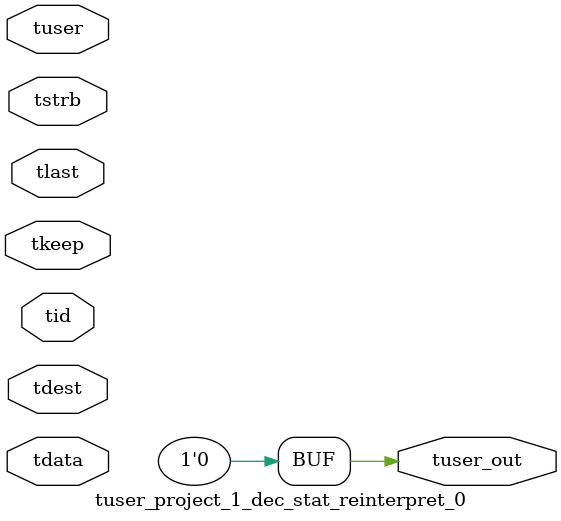
<source format=v>


`timescale 1ps/1ps

module tuser_project_1_dec_stat_reinterpret_0 #
(
parameter C_S_AXIS_TUSER_WIDTH = 1,
parameter C_S_AXIS_TDATA_WIDTH = 32,
parameter C_S_AXIS_TID_WIDTH   = 0,
parameter C_S_AXIS_TDEST_WIDTH = 0,
parameter C_M_AXIS_TUSER_WIDTH = 1
)
(
input  [(C_S_AXIS_TUSER_WIDTH == 0 ? 1 : C_S_AXIS_TUSER_WIDTH)-1:0     ] tuser,
input  [(C_S_AXIS_TDATA_WIDTH == 0 ? 1 : C_S_AXIS_TDATA_WIDTH)-1:0     ] tdata,
input  [(C_S_AXIS_TID_WIDTH   == 0 ? 1 : C_S_AXIS_TID_WIDTH)-1:0       ] tid,
input  [(C_S_AXIS_TDEST_WIDTH == 0 ? 1 : C_S_AXIS_TDEST_WIDTH)-1:0     ] tdest,
input  [(C_S_AXIS_TDATA_WIDTH/8)-1:0 ] tkeep,
input  [(C_S_AXIS_TDATA_WIDTH/8)-1:0 ] tstrb,
input                                                                    tlast,
output [C_M_AXIS_TUSER_WIDTH-1:0] tuser_out
);

assign tuser_out = {1'b0};

endmodule


</source>
